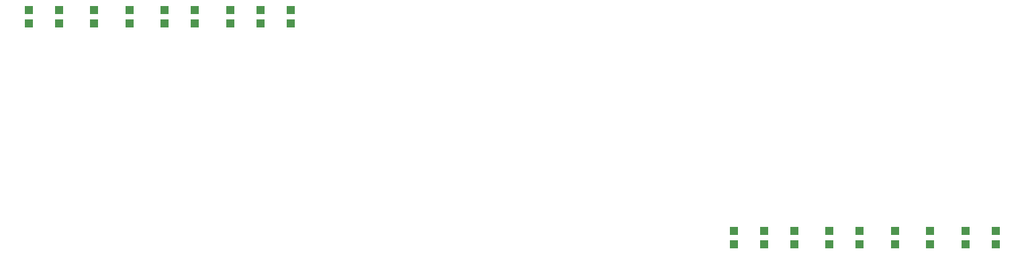
<source format=gbr>
G04 EAGLE Gerber RS-274X export*
G75*
%MOMM*%
%FSLAX34Y34*%
%LPD*%
%INSolderpaste Bottom*%
%IPPOS*%
%AMOC8*
5,1,8,0,0,1.08239X$1,22.5*%
G01*
%ADD10R,1.000000X1.100000*%
%ADD11R,1.100000X1.000000*%


D10*
X901700Y402200D03*
X901700Y385200D03*
D11*
X863600Y385200D03*
X863600Y402200D03*
X825500Y385200D03*
X825500Y402200D03*
X781050Y385200D03*
X781050Y402200D03*
X742950Y385200D03*
X742950Y402200D03*
X698500Y385200D03*
X698500Y402200D03*
X654050Y385200D03*
X654050Y402200D03*
X609600Y385200D03*
X609600Y402200D03*
X571500Y385200D03*
X571500Y402200D03*
D10*
X1460500Y105800D03*
X1460500Y122800D03*
D11*
X1498600Y122800D03*
X1498600Y105800D03*
X1536700Y122800D03*
X1536700Y105800D03*
X1581150Y122800D03*
X1581150Y105800D03*
X1619250Y122800D03*
X1619250Y105800D03*
X1663700Y122800D03*
X1663700Y105800D03*
X1708150Y122800D03*
X1708150Y105800D03*
X1752600Y122800D03*
X1752600Y105800D03*
X1790700Y122800D03*
X1790700Y105800D03*
M02*

</source>
